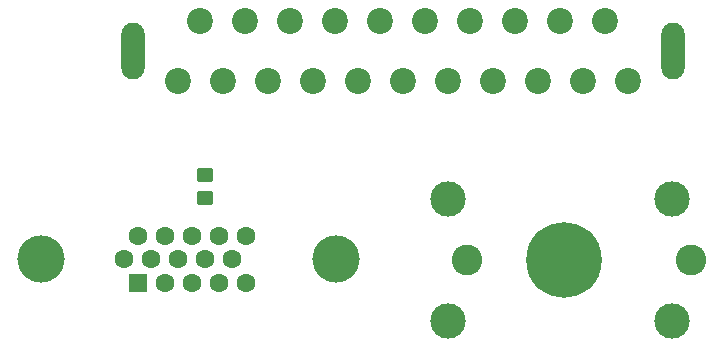
<source format=gbr>
%TF.GenerationSoftware,KiCad,Pcbnew,6.0.11-2627ca5db0~126~ubuntu22.04.1*%
%TF.CreationDate,2024-01-17T10:59:56+01:00*%
%TF.ProjectId,SCART-TO-HD15,53434152-542d-4544-9f2d-484431352e6b,rev?*%
%TF.SameCoordinates,Original*%
%TF.FileFunction,Soldermask,Top*%
%TF.FilePolarity,Negative*%
%FSLAX46Y46*%
G04 Gerber Fmt 4.6, Leading zero omitted, Abs format (unit mm)*
G04 Created by KiCad (PCBNEW 6.0.11-2627ca5db0~126~ubuntu22.04.1) date 2024-01-17 10:59:56*
%MOMM*%
%LPD*%
G01*
G04 APERTURE LIST*
G04 Aperture macros list*
%AMRoundRect*
0 Rectangle with rounded corners*
0 $1 Rounding radius*
0 $2 $3 $4 $5 $6 $7 $8 $9 X,Y pos of 4 corners*
0 Add a 4 corners polygon primitive as box body*
4,1,4,$2,$3,$4,$5,$6,$7,$8,$9,$2,$3,0*
0 Add four circle primitives for the rounded corners*
1,1,$1+$1,$2,$3*
1,1,$1+$1,$4,$5*
1,1,$1+$1,$6,$7*
1,1,$1+$1,$8,$9*
0 Add four rect primitives between the rounded corners*
20,1,$1+$1,$2,$3,$4,$5,0*
20,1,$1+$1,$4,$5,$6,$7,0*
20,1,$1+$1,$6,$7,$8,$9,0*
20,1,$1+$1,$8,$9,$2,$3,0*%
G04 Aperture macros list end*
%ADD10O,2.000000X4.800000*%
%ADD11C,2.200000*%
%ADD12C,2.600000*%
%ADD13C,3.000000*%
%ADD14C,6.400000*%
%ADD15RoundRect,0.250000X0.450000X-0.350000X0.450000X0.350000X-0.450000X0.350000X-0.450000X-0.350000X0*%
%ADD16C,4.000000*%
%ADD17R,1.600000X1.600000*%
%ADD18C,1.600000*%
G04 APERTURE END LIST*
D10*
%TO.C,J1*%
X160567107Y-83760000D03*
X114847107Y-83760000D03*
D11*
X156767107Y-86300000D03*
X154852107Y-81220000D03*
X152957107Y-86300000D03*
X151042107Y-81220000D03*
X149147107Y-86300000D03*
X147232107Y-81220000D03*
X145337107Y-86300000D03*
X143422107Y-81220000D03*
X141527107Y-86300000D03*
X139612107Y-81220000D03*
X137717107Y-86300000D03*
X135802107Y-81220000D03*
X133907107Y-86300000D03*
X131992107Y-81220000D03*
X130097107Y-86300000D03*
X128182107Y-81220000D03*
X126287107Y-86300000D03*
X124372107Y-81220000D03*
X122477107Y-86300000D03*
X120562107Y-81220000D03*
X118667107Y-86300000D03*
%TD*%
D12*
%TO.C,J2*%
X162140000Y-101440000D03*
D13*
X160540000Y-106590000D03*
X160540000Y-96290000D03*
%TD*%
D12*
%TO.C,J3*%
X143120000Y-101470000D03*
D13*
X141520000Y-106620000D03*
X141520000Y-96320000D03*
%TD*%
D14*
%TO.C,H1*%
X151330000Y-101470000D03*
%TD*%
D15*
%TO.C,R1*%
X120980000Y-96220000D03*
X120980000Y-94220000D03*
%TD*%
D16*
%TO.C,J10*%
X132065000Y-101405331D03*
X107065000Y-101405331D03*
D17*
X115250000Y-103385331D03*
D18*
X117540000Y-103385331D03*
X119830000Y-103385331D03*
X122120000Y-103385331D03*
X124410000Y-103385331D03*
X114105000Y-101405331D03*
X116395000Y-101405331D03*
X118685000Y-101405331D03*
X120975000Y-101405331D03*
X123265000Y-101405331D03*
X115250000Y-99425331D03*
X117540000Y-99425331D03*
X119830000Y-99425331D03*
X122120000Y-99425331D03*
X124410000Y-99425331D03*
%TD*%
M02*

</source>
